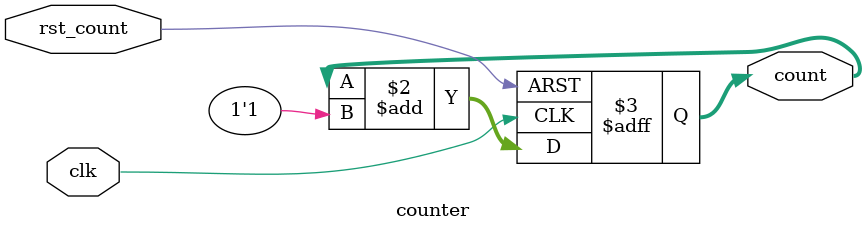
<source format=v>
module TLC(
    input clk,
    input rst,
    input [5:0]count,
    input farmSensor,
    output reg [1:0] h_s,
    output reg [1:0] f_s,
    output reg rst_count,
    output reg [2:0] state
);

parameter S0 = 3'd0,S1 = 3'd1,S2 = 3'd2,S3 = 3'd3,S4 = 3'd4,S5 = 3'd5,S6=3'd6;
parameter Red= 2'd2,Yellow=2'd1,Green=2'd0;

always@(posedge clk or negedge clk or posedge rst)
if(rst)
begin
    state<=S0;
    rst_count<=1'b1; //when reset is high count will go to 0 and both the lights become red
end
else
begin
    case(state)
    
    S0:begin
        if(count==6'd1) //
            begin
                rst_count<=1'b1;
                state<=S1;
            end
            else
            begin
                rst_count<=1'b0;
                state<=S0;
            end
        end
    S1:begin
            if(count==6'd59 && farmSensor==1'b0)
            begin
                rst_count<=1'b1;
                state<=S6;
            end
            else if(count==6'd59 && farmSensor==1'b1)
            begin
                rst_count<=1'b1;
                state<=S2;
            end
            else
            begin
                rst_count<=1'b0;
                state<=S1;
            end
        end 
    S2:begin
            if(count==6'd5)
            begin
                rst_count<=1'b1;
                state<=S3;
            end
            else
            begin
                rst_count<=1'b0;
                state<=S2;
            end
        end
    S3:begin
            if(count==6'd1)
            begin
                rst_count<=1'b1;
                state<=S4;
            end
            else
            begin
                rst_count<=1'b0;
                state<=S3;
            end
        end 
    S4:begin
            if(count>=6'd5 && farmSensor==1'b0 && count<6'd29)
            begin
                rst_count<=1'b1;
                state<=S5;
            end
            else if(count==6'd29)
            begin
                rst_count<=1'b1;
                state<=S5;
            end
            else
            begin
                rst_count<=1'b0;
                state<=S4;
            end
        end
    S5:begin
            if(count==6'd5)
            begin
                rst_count<=1'b1;
                state<=S0;
            end
            else
            begin
                rst_count<=1'b0;
                state<=S5;
            end
        end
    S6:begin
        if(farmSensor==1'b0)
        begin
            rst_count<=1'b1;
        end
        else if(farmSensor==1'b1)
        begin
            rst_count<=1'b1;
            state<=S2;
        end
        end 
    endcase      
end

always@(*)
begin
case(state) 
S0: begin h_s = Red;  f_s = Red; end
S1: begin h_s = Green;  f_s = Red; end
S2: begin h_s = Yellow;  f_s = Red; end
S3: begin h_s = Red;  f_s = Red; end
S4: begin h_s = Red;  f_s = Green; end
S5: begin h_s = Red;  f_s = Yellow; end
S6: begin h_s = Green;  f_s = Red; end
endcase
end
            
          

endmodule

module counter(input clk,input rst_count,output reg [5:0]count); //counter to count the time for each state be in it
always@(posedge clk or posedge rst_count)
begin
    if(rst_count)
    begin
        count<=6'b0;
    end
    else
    begin
        count<=count+1'b1;    
    end
end
endmodule
</source>
